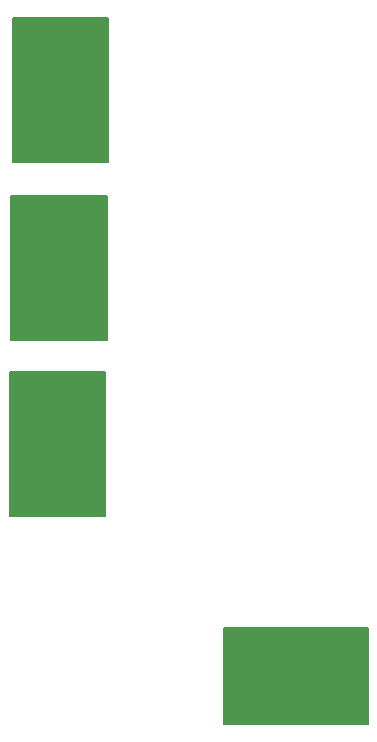
<source format=gbr>
%TF.GenerationSoftware,Altium Limited,Altium Designer,22.9.1 (49)*%
G04 Layer_Color=16711935*
%FSLAX23Y23*%
%MOIN*%
%TF.SameCoordinates,7E49B892-F471-4493-957F-970E4ADD815D*%
%TF.FilePolarity,Positive*%
%TF.FileFunction,Other,Bottom_Courtyard*%
%TF.Part,Single*%
G01*
G75*
%TA.AperFunction,NonConductor*%
%ADD59C,0.005*%
G36*
X1123Y1794D02*
Y2274D01*
X1442D01*
Y1794D01*
X1123D01*
D02*
G37*
G36*
X2316Y1103D02*
X1836D01*
Y1422D01*
X2316D01*
Y1103D01*
D02*
G37*
G36*
X1128Y2381D02*
Y2861D01*
X1447D01*
Y2381D01*
X1128D01*
D02*
G37*
G36*
X1133Y2974D02*
Y3454D01*
X1452D01*
Y2974D01*
X1133D01*
D02*
G37*
D59*
X1128Y2381D02*
Y2861D01*
Y2381D02*
X1447D01*
Y2861D01*
X1128D02*
X1447D01*
X1836Y1103D02*
X2316D01*
Y1422D01*
X1836D02*
X2316D01*
X1836Y1103D02*
Y1422D01*
X1133Y2974D02*
Y3454D01*
Y2974D02*
X1452D01*
Y3454D01*
X1133D02*
X1452D01*
X1123Y1794D02*
Y2274D01*
Y1794D02*
X1442D01*
Y2274D01*
X1123D02*
X1442D01*
%TF.MD5,a99de5e143b37a08642fa6e0fa3f02da*%
M02*

</source>
